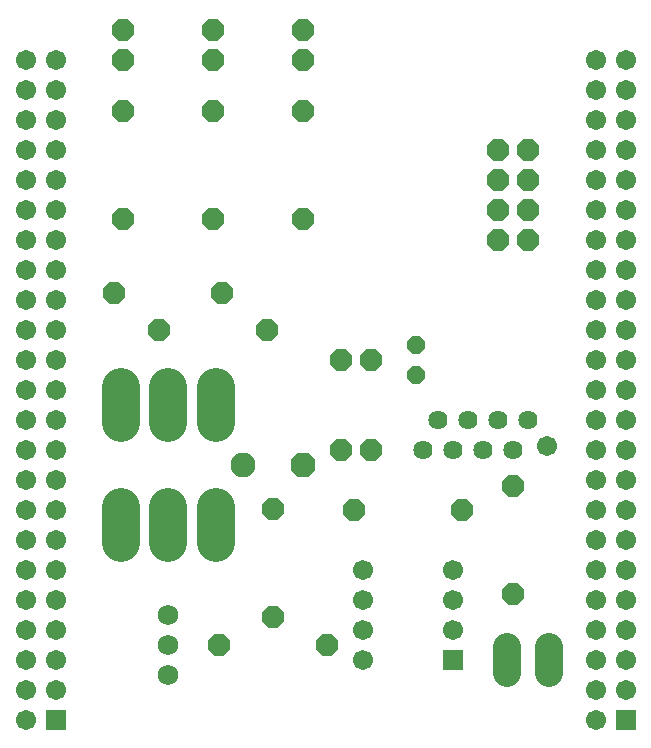
<source format=gts>
G75*
%MOIN*%
%OFA0B0*%
%FSLAX24Y24*%
%IPPOS*%
%LPD*%
%AMOC8*
5,1,8,0,0,1.08239X$1,22.5*
%
%ADD10R,0.0674X0.0674*%
%ADD11C,0.0674*%
%ADD12R,0.0670X0.0670*%
%ADD13C,0.0670*%
%ADD14OC8,0.0740*%
%ADD15C,0.0830*%
%ADD16OC8,0.0830*%
%ADD17OC8,0.0600*%
%ADD18C,0.1265*%
%ADD19C,0.0640*%
%ADD20C,0.0671*%
%ADD21C,0.0680*%
%ADD22C,0.0920*%
D10*
X005970Y008000D03*
X024970Y008000D03*
D11*
X004970Y008000D03*
X004970Y009000D03*
X004970Y010000D03*
X004970Y011000D03*
X004970Y012000D03*
X004970Y013000D03*
X004970Y014000D03*
X004970Y015000D03*
X004970Y016000D03*
X004970Y017000D03*
X004970Y018000D03*
X004970Y019000D03*
X004970Y020000D03*
X004970Y021000D03*
X004970Y022000D03*
X004970Y023000D03*
X004970Y024000D03*
X004970Y025000D03*
X004970Y026000D03*
X004970Y027000D03*
X004970Y028000D03*
X004970Y029000D03*
X004970Y030000D03*
X005970Y030000D03*
X005970Y029000D03*
X005970Y028000D03*
X005970Y027000D03*
X005970Y026000D03*
X005970Y025000D03*
X005970Y024000D03*
X005970Y023000D03*
X005970Y022000D03*
X005970Y021000D03*
X005970Y020000D03*
X005970Y019000D03*
X005970Y018000D03*
X005970Y017000D03*
X005970Y016000D03*
X005970Y015000D03*
X005970Y014000D03*
X005970Y013000D03*
X005970Y012000D03*
X005970Y011000D03*
X005970Y010000D03*
X005970Y009000D03*
X023970Y009000D03*
X024970Y009000D03*
X024970Y010000D03*
X024970Y011000D03*
X023970Y011000D03*
X023970Y010000D03*
X023970Y012000D03*
X024970Y012000D03*
X024970Y013000D03*
X024970Y014000D03*
X023970Y014000D03*
X023970Y013000D03*
X023970Y015000D03*
X024970Y015000D03*
X024970Y016000D03*
X024970Y017000D03*
X023970Y017000D03*
X023970Y016000D03*
X023970Y018000D03*
X024970Y018000D03*
X024970Y019000D03*
X023970Y019000D03*
X023970Y020000D03*
X023970Y021000D03*
X024970Y021000D03*
X024970Y020000D03*
X024970Y022000D03*
X023970Y022000D03*
X023970Y023000D03*
X023970Y024000D03*
X024970Y024000D03*
X024970Y023000D03*
X024970Y025000D03*
X023970Y025000D03*
X023970Y026000D03*
X024970Y026000D03*
X024970Y027000D03*
X024970Y028000D03*
X023970Y028000D03*
X023970Y027000D03*
X023970Y029000D03*
X024970Y029000D03*
X024970Y030000D03*
X023970Y030000D03*
X023970Y008000D03*
D12*
X019220Y010000D03*
D13*
X019220Y011000D03*
X019220Y012000D03*
X019220Y013000D03*
X016220Y013000D03*
X016220Y012000D03*
X016220Y011000D03*
X016220Y010000D03*
D14*
X015020Y010500D03*
X013220Y011450D03*
X011420Y010500D03*
X013220Y015050D03*
X015470Y017000D03*
X016470Y017000D03*
X015920Y015000D03*
X019520Y015000D03*
X021220Y015800D03*
X021220Y012200D03*
X016470Y020000D03*
X015470Y020000D03*
X013020Y021000D03*
X011520Y022250D03*
X009420Y021000D03*
X007920Y022250D03*
X008220Y024700D03*
X011220Y024700D03*
X014220Y024700D03*
X014220Y028300D03*
X014220Y030000D03*
X014220Y031000D03*
X011220Y031000D03*
X011220Y030000D03*
X011220Y028300D03*
X008220Y028300D03*
X008220Y030000D03*
X008220Y031000D03*
X020720Y027000D03*
X020720Y026000D03*
X020720Y025000D03*
X020720Y024000D03*
X021720Y024000D03*
X021720Y025000D03*
X021720Y026000D03*
X021720Y027000D03*
D15*
X012220Y016500D03*
D16*
X014220Y016500D03*
D17*
X017970Y019500D03*
X017970Y020500D03*
D18*
X011300Y019093D02*
X011300Y017908D01*
X009720Y017908D02*
X009720Y019093D01*
X008140Y019093D02*
X008140Y017908D01*
X008140Y015093D02*
X008140Y013908D01*
X009720Y013908D02*
X009720Y015093D01*
X011300Y015093D02*
X011300Y013908D01*
D19*
X018220Y017000D03*
X019220Y017000D03*
X020220Y017000D03*
X021220Y017000D03*
X020720Y018000D03*
X019720Y018000D03*
X018720Y018000D03*
X021720Y018000D03*
D20*
X022358Y017144D03*
D21*
X009720Y011500D03*
X009720Y010500D03*
X009720Y009500D03*
D22*
X021031Y009580D02*
X021031Y010420D01*
X022409Y010420D02*
X022409Y009580D01*
M02*

</source>
